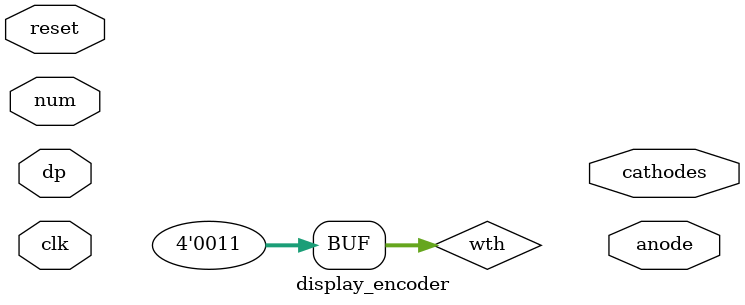
<source format=sv>
`timescale 1ns / 1ps

module display_encoder(

    input logic             clk, reset,
                            dp,
    input logic [3:0]       num,
    output logic [6:0]      cathodes,
    output logic            anode

);

    logic [3:0] wth;
    assign wth = 4'h3;

    always_comb begin
        
        /*anode <= 1'b0;
        case (wth)
            4'h0:       cathodes[6:0]   <= 7'b1000000;
            4'h1:       cathodes[6:0]   <= 7'b1111001;
            4'h2:       cathodes[6:0]   <= 7'b0100100;
            4'h3:       cathodes[6:0]   <= 7'b0000110;
            4'h4:       cathodes[6:0]   <= 7'b0011001;
            4'h5:       cathodes[6:0]   <= 7'b0000010;
            4'h6:       cathodes[6:0]   <= 7'b1111111;
            4'h7:       cathodes[6:0]   <= 7'b1111000;
            4'h8:       cathodes[6:0]   <= 7'b0000000;
            4'h9:       cathodes[6:0]   <= 7'b0010000;
            4'hA:       cathodes[6:0]   <= 7'b0001000;
            4'hB:       cathodes[6:0]   <= 7'b0000011;
            4'hC:       cathodes[6:0]   <= 7'b1000110;
            4'hD:       cathodes[6:0]   <= 7'b0100001;
            4'hE:       cathodes[6:0]   <= 7'b0000110;
            4'hF:       cathodes[6:0]   <= 7'b0001110;
            default:    cathodes[6:0]   <= 7'b1111111;
        endcase*/
    end

    /*always_ff @(posedge clk, posedge reset) begin
        if(reset) begin
            cathodes    <= 8'h00;
            anode       <= 1'b1;            // Turn off on reset
        end
        else begin
            anode           <= 1'b0;
            cathodes[7]     <= dp;
            case (num)
                4'h0:       cathodes[6:0]   <= 7'b1000000;
                4'h1:       cathodes[6:0]   <= 7'b1111001;
                4'h2:       cathodes[6:0]   <= 7'b0100100;
                4'h3:       cathodes[6:0]   <= 7'b0000110;
                4'h4:       cathodes[6:0]   <= 7'b0011001;
                4'h5:       cathodes[6:0]   <= 7'b0000010;
                4'h6:       cathodes[6:0]   <= 7'b1111111;
                4'h7:       cathodes[6:0]   <= 7'b1111000;
                4'h8:       cathodes[6:0]   <= 7'b0000000;
                4'h9:       cathodes[6:0]   <= 7'b0010000;
                4'hA:       cathodes[6:0]   <= 7'b0001000;
                4'hB:       cathodes[6:0]   <= 7'b0000011;
                4'hC:       cathodes[6:0]   <= 7'b1000110;
                4'hD:       cathodes[6:0]   <= 7'b0100001;
                4'hE:       cathodes[6:0]   <= 7'b0000110;
                4'hF:       cathodes[6:0]   <= 7'b0001110;
                default:    cathodes[6:0]   <= 7'b1111111;
            endcase
        
        end
    end*/

endmodule

</source>
